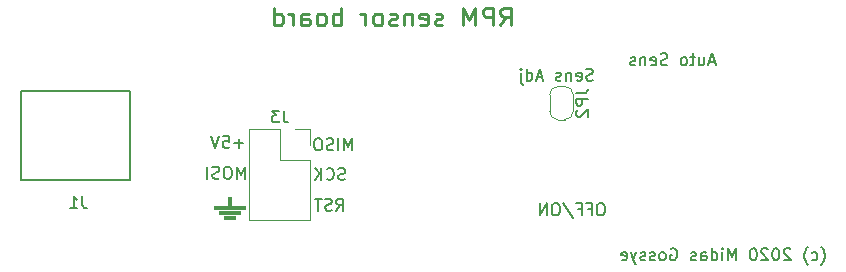
<source format=gbr>
G04 #@! TF.GenerationSoftware,KiCad,Pcbnew,(5.1.4)-1*
G04 #@! TF.CreationDate,2020-09-16T20:01:53+02:00*
G04 #@! TF.ProjectId,RPM,52504d2e-6b69-4636-9164-5f7063625858,rev?*
G04 #@! TF.SameCoordinates,Original*
G04 #@! TF.FileFunction,Legend,Bot*
G04 #@! TF.FilePolarity,Positive*
%FSLAX46Y46*%
G04 Gerber Fmt 4.6, Leading zero omitted, Abs format (unit mm)*
G04 Created by KiCad (PCBNEW (5.1.4)-1) date 2020-09-16 20:01:53*
%MOMM*%
%LPD*%
G04 APERTURE LIST*
%ADD10C,0.150000*%
%ADD11C,0.225000*%
%ADD12C,0.010000*%
%ADD13C,0.120000*%
G04 APERTURE END LIST*
D10*
X247609523Y-115133333D02*
X247657142Y-115085714D01*
X247752380Y-114942857D01*
X247800000Y-114847619D01*
X247847619Y-114704761D01*
X247895238Y-114466666D01*
X247895238Y-114276190D01*
X247847619Y-114038095D01*
X247800000Y-113895238D01*
X247752380Y-113800000D01*
X247657142Y-113657142D01*
X247609523Y-113609523D01*
X246800000Y-114704761D02*
X246895238Y-114752380D01*
X247085714Y-114752380D01*
X247180952Y-114704761D01*
X247228571Y-114657142D01*
X247276190Y-114561904D01*
X247276190Y-114276190D01*
X247228571Y-114180952D01*
X247180952Y-114133333D01*
X247085714Y-114085714D01*
X246895238Y-114085714D01*
X246800000Y-114133333D01*
X246466666Y-115133333D02*
X246419047Y-115085714D01*
X246323809Y-114942857D01*
X246276190Y-114847619D01*
X246228571Y-114704761D01*
X246180952Y-114466666D01*
X246180952Y-114276190D01*
X246228571Y-114038095D01*
X246276190Y-113895238D01*
X246323809Y-113800000D01*
X246419047Y-113657142D01*
X246466666Y-113609523D01*
X244990476Y-113847619D02*
X244942857Y-113800000D01*
X244847619Y-113752380D01*
X244609523Y-113752380D01*
X244514285Y-113800000D01*
X244466666Y-113847619D01*
X244419047Y-113942857D01*
X244419047Y-114038095D01*
X244466666Y-114180952D01*
X245038095Y-114752380D01*
X244419047Y-114752380D01*
X243800000Y-113752380D02*
X243704761Y-113752380D01*
X243609523Y-113800000D01*
X243561904Y-113847619D01*
X243514285Y-113942857D01*
X243466666Y-114133333D01*
X243466666Y-114371428D01*
X243514285Y-114561904D01*
X243561904Y-114657142D01*
X243609523Y-114704761D01*
X243704761Y-114752380D01*
X243800000Y-114752380D01*
X243895238Y-114704761D01*
X243942857Y-114657142D01*
X243990476Y-114561904D01*
X244038095Y-114371428D01*
X244038095Y-114133333D01*
X243990476Y-113942857D01*
X243942857Y-113847619D01*
X243895238Y-113800000D01*
X243800000Y-113752380D01*
X243085714Y-113847619D02*
X243038095Y-113800000D01*
X242942857Y-113752380D01*
X242704761Y-113752380D01*
X242609523Y-113800000D01*
X242561904Y-113847619D01*
X242514285Y-113942857D01*
X242514285Y-114038095D01*
X242561904Y-114180952D01*
X243133333Y-114752380D01*
X242514285Y-114752380D01*
X241895238Y-113752380D02*
X241800000Y-113752380D01*
X241704761Y-113800000D01*
X241657142Y-113847619D01*
X241609523Y-113942857D01*
X241561904Y-114133333D01*
X241561904Y-114371428D01*
X241609523Y-114561904D01*
X241657142Y-114657142D01*
X241704761Y-114704761D01*
X241800000Y-114752380D01*
X241895238Y-114752380D01*
X241990476Y-114704761D01*
X242038095Y-114657142D01*
X242085714Y-114561904D01*
X242133333Y-114371428D01*
X242133333Y-114133333D01*
X242085714Y-113942857D01*
X242038095Y-113847619D01*
X241990476Y-113800000D01*
X241895238Y-113752380D01*
X240371428Y-114752380D02*
X240371428Y-113752380D01*
X240038095Y-114466666D01*
X239704761Y-113752380D01*
X239704761Y-114752380D01*
X239228571Y-114752380D02*
X239228571Y-114085714D01*
X239228571Y-113752380D02*
X239276190Y-113800000D01*
X239228571Y-113847619D01*
X239180952Y-113800000D01*
X239228571Y-113752380D01*
X239228571Y-113847619D01*
X238323809Y-114752380D02*
X238323809Y-113752380D01*
X238323809Y-114704761D02*
X238419047Y-114752380D01*
X238609523Y-114752380D01*
X238704761Y-114704761D01*
X238752380Y-114657142D01*
X238800000Y-114561904D01*
X238800000Y-114276190D01*
X238752380Y-114180952D01*
X238704761Y-114133333D01*
X238609523Y-114085714D01*
X238419047Y-114085714D01*
X238323809Y-114133333D01*
X237419047Y-114752380D02*
X237419047Y-114228571D01*
X237466666Y-114133333D01*
X237561904Y-114085714D01*
X237752380Y-114085714D01*
X237847619Y-114133333D01*
X237419047Y-114704761D02*
X237514285Y-114752380D01*
X237752380Y-114752380D01*
X237847619Y-114704761D01*
X237895238Y-114609523D01*
X237895238Y-114514285D01*
X237847619Y-114419047D01*
X237752380Y-114371428D01*
X237514285Y-114371428D01*
X237419047Y-114323809D01*
X236990476Y-114704761D02*
X236895238Y-114752380D01*
X236704761Y-114752380D01*
X236609523Y-114704761D01*
X236561904Y-114609523D01*
X236561904Y-114561904D01*
X236609523Y-114466666D01*
X236704761Y-114419047D01*
X236847619Y-114419047D01*
X236942857Y-114371428D01*
X236990476Y-114276190D01*
X236990476Y-114228571D01*
X236942857Y-114133333D01*
X236847619Y-114085714D01*
X236704761Y-114085714D01*
X236609523Y-114133333D01*
X234847619Y-113800000D02*
X234942857Y-113752380D01*
X235085714Y-113752380D01*
X235228571Y-113800000D01*
X235323809Y-113895238D01*
X235371428Y-113990476D01*
X235419047Y-114180952D01*
X235419047Y-114323809D01*
X235371428Y-114514285D01*
X235323809Y-114609523D01*
X235228571Y-114704761D01*
X235085714Y-114752380D01*
X234990476Y-114752380D01*
X234847619Y-114704761D01*
X234800000Y-114657142D01*
X234800000Y-114323809D01*
X234990476Y-114323809D01*
X234228571Y-114752380D02*
X234323809Y-114704761D01*
X234371428Y-114657142D01*
X234419047Y-114561904D01*
X234419047Y-114276190D01*
X234371428Y-114180952D01*
X234323809Y-114133333D01*
X234228571Y-114085714D01*
X234085714Y-114085714D01*
X233990476Y-114133333D01*
X233942857Y-114180952D01*
X233895238Y-114276190D01*
X233895238Y-114561904D01*
X233942857Y-114657142D01*
X233990476Y-114704761D01*
X234085714Y-114752380D01*
X234228571Y-114752380D01*
X233514285Y-114704761D02*
X233419047Y-114752380D01*
X233228571Y-114752380D01*
X233133333Y-114704761D01*
X233085714Y-114609523D01*
X233085714Y-114561904D01*
X233133333Y-114466666D01*
X233228571Y-114419047D01*
X233371428Y-114419047D01*
X233466666Y-114371428D01*
X233514285Y-114276190D01*
X233514285Y-114228571D01*
X233466666Y-114133333D01*
X233371428Y-114085714D01*
X233228571Y-114085714D01*
X233133333Y-114133333D01*
X232704761Y-114704761D02*
X232609523Y-114752380D01*
X232419047Y-114752380D01*
X232323809Y-114704761D01*
X232276190Y-114609523D01*
X232276190Y-114561904D01*
X232323809Y-114466666D01*
X232419047Y-114419047D01*
X232561904Y-114419047D01*
X232657142Y-114371428D01*
X232704761Y-114276190D01*
X232704761Y-114228571D01*
X232657142Y-114133333D01*
X232561904Y-114085714D01*
X232419047Y-114085714D01*
X232323809Y-114133333D01*
X231942857Y-114085714D02*
X231704761Y-114752380D01*
X231466666Y-114085714D02*
X231704761Y-114752380D01*
X231800000Y-114990476D01*
X231847619Y-115038095D01*
X231942857Y-115085714D01*
X230704761Y-114704761D02*
X230800000Y-114752380D01*
X230990476Y-114752380D01*
X231085714Y-114704761D01*
X231133333Y-114609523D01*
X231133333Y-114228571D01*
X231085714Y-114133333D01*
X230990476Y-114085714D01*
X230800000Y-114085714D01*
X230704761Y-114133333D01*
X230657142Y-114228571D01*
X230657142Y-114323809D01*
X231133333Y-114419047D01*
X228271428Y-99504761D02*
X228128571Y-99552380D01*
X227890476Y-99552380D01*
X227795238Y-99504761D01*
X227747619Y-99457142D01*
X227700000Y-99361904D01*
X227700000Y-99266666D01*
X227747619Y-99171428D01*
X227795238Y-99123809D01*
X227890476Y-99076190D01*
X228080952Y-99028571D01*
X228176190Y-98980952D01*
X228223809Y-98933333D01*
X228271428Y-98838095D01*
X228271428Y-98742857D01*
X228223809Y-98647619D01*
X228176190Y-98600000D01*
X228080952Y-98552380D01*
X227842857Y-98552380D01*
X227700000Y-98600000D01*
X226890476Y-99504761D02*
X226985714Y-99552380D01*
X227176190Y-99552380D01*
X227271428Y-99504761D01*
X227319047Y-99409523D01*
X227319047Y-99028571D01*
X227271428Y-98933333D01*
X227176190Y-98885714D01*
X226985714Y-98885714D01*
X226890476Y-98933333D01*
X226842857Y-99028571D01*
X226842857Y-99123809D01*
X227319047Y-99219047D01*
X226414285Y-98885714D02*
X226414285Y-99552380D01*
X226414285Y-98980952D02*
X226366666Y-98933333D01*
X226271428Y-98885714D01*
X226128571Y-98885714D01*
X226033333Y-98933333D01*
X225985714Y-99028571D01*
X225985714Y-99552380D01*
X225557142Y-99504761D02*
X225461904Y-99552380D01*
X225271428Y-99552380D01*
X225176190Y-99504761D01*
X225128571Y-99409523D01*
X225128571Y-99361904D01*
X225176190Y-99266666D01*
X225271428Y-99219047D01*
X225414285Y-99219047D01*
X225509523Y-99171428D01*
X225557142Y-99076190D01*
X225557142Y-99028571D01*
X225509523Y-98933333D01*
X225414285Y-98885714D01*
X225271428Y-98885714D01*
X225176190Y-98933333D01*
X223985714Y-99266666D02*
X223509523Y-99266666D01*
X224080952Y-99552380D02*
X223747619Y-98552380D01*
X223414285Y-99552380D01*
X222652380Y-99552380D02*
X222652380Y-98552380D01*
X222652380Y-99504761D02*
X222747619Y-99552380D01*
X222938095Y-99552380D01*
X223033333Y-99504761D01*
X223080952Y-99457142D01*
X223128571Y-99361904D01*
X223128571Y-99076190D01*
X223080952Y-98980952D01*
X223033333Y-98933333D01*
X222938095Y-98885714D01*
X222747619Y-98885714D01*
X222652380Y-98933333D01*
X222176190Y-98885714D02*
X222176190Y-99742857D01*
X222223809Y-99838095D01*
X222319047Y-99885714D01*
X222366666Y-99885714D01*
X222176190Y-98552380D02*
X222223809Y-98600000D01*
X222176190Y-98647619D01*
X222128571Y-98600000D01*
X222176190Y-98552380D01*
X222176190Y-98647619D01*
X238571428Y-97966666D02*
X238095238Y-97966666D01*
X238666666Y-98252380D02*
X238333333Y-97252380D01*
X237999999Y-98252380D01*
X237238095Y-97585714D02*
X237238095Y-98252380D01*
X237666666Y-97585714D02*
X237666666Y-98109523D01*
X237619047Y-98204761D01*
X237523809Y-98252380D01*
X237380952Y-98252380D01*
X237285714Y-98204761D01*
X237238095Y-98157142D01*
X236904761Y-97585714D02*
X236523809Y-97585714D01*
X236761904Y-97252380D02*
X236761904Y-98109523D01*
X236714285Y-98204761D01*
X236619047Y-98252380D01*
X236523809Y-98252380D01*
X236047619Y-98252380D02*
X236142857Y-98204761D01*
X236190476Y-98157142D01*
X236238095Y-98061904D01*
X236238095Y-97776190D01*
X236190476Y-97680952D01*
X236142857Y-97633333D01*
X236047619Y-97585714D01*
X235904761Y-97585714D01*
X235809523Y-97633333D01*
X235761904Y-97680952D01*
X235714285Y-97776190D01*
X235714285Y-98061904D01*
X235761904Y-98157142D01*
X235809523Y-98204761D01*
X235904761Y-98252380D01*
X236047619Y-98252380D01*
X234571428Y-98204761D02*
X234428571Y-98252380D01*
X234190476Y-98252380D01*
X234095238Y-98204761D01*
X234047619Y-98157142D01*
X233999999Y-98061904D01*
X233999999Y-97966666D01*
X234047619Y-97871428D01*
X234095238Y-97823809D01*
X234190476Y-97776190D01*
X234380952Y-97728571D01*
X234476190Y-97680952D01*
X234523809Y-97633333D01*
X234571428Y-97538095D01*
X234571428Y-97442857D01*
X234523809Y-97347619D01*
X234476190Y-97300000D01*
X234380952Y-97252380D01*
X234142857Y-97252380D01*
X233999999Y-97300000D01*
X233190476Y-98204761D02*
X233285714Y-98252380D01*
X233476190Y-98252380D01*
X233571428Y-98204761D01*
X233619047Y-98109523D01*
X233619047Y-97728571D01*
X233571428Y-97633333D01*
X233476190Y-97585714D01*
X233285714Y-97585714D01*
X233190476Y-97633333D01*
X233142857Y-97728571D01*
X233142857Y-97823809D01*
X233619047Y-97919047D01*
X232714285Y-97585714D02*
X232714285Y-98252380D01*
X232714285Y-97680952D02*
X232666666Y-97633333D01*
X232571428Y-97585714D01*
X232428571Y-97585714D01*
X232333333Y-97633333D01*
X232285714Y-97728571D01*
X232285714Y-98252380D01*
X231857142Y-98204761D02*
X231761904Y-98252380D01*
X231571428Y-98252380D01*
X231476190Y-98204761D01*
X231428571Y-98109523D01*
X231428571Y-98061904D01*
X231476190Y-97966666D01*
X231571428Y-97919047D01*
X231714285Y-97919047D01*
X231809523Y-97871428D01*
X231857142Y-97776190D01*
X231857142Y-97728571D01*
X231809523Y-97633333D01*
X231714285Y-97585714D01*
X231571428Y-97585714D01*
X231476190Y-97633333D01*
X229023809Y-109952380D02*
X228833333Y-109952380D01*
X228738095Y-110000000D01*
X228642857Y-110095238D01*
X228595238Y-110285714D01*
X228595238Y-110619047D01*
X228642857Y-110809523D01*
X228738095Y-110904761D01*
X228833333Y-110952380D01*
X229023809Y-110952380D01*
X229119047Y-110904761D01*
X229214285Y-110809523D01*
X229261904Y-110619047D01*
X229261904Y-110285714D01*
X229214285Y-110095238D01*
X229119047Y-110000000D01*
X229023809Y-109952380D01*
X227833333Y-110428571D02*
X228166666Y-110428571D01*
X228166666Y-110952380D02*
X228166666Y-109952380D01*
X227690476Y-109952380D01*
X226976190Y-110428571D02*
X227309523Y-110428571D01*
X227309523Y-110952380D02*
X227309523Y-109952380D01*
X226833333Y-109952380D01*
X225738095Y-109904761D02*
X226595238Y-111190476D01*
X225214285Y-109952380D02*
X225023809Y-109952380D01*
X224928571Y-110000000D01*
X224833333Y-110095238D01*
X224785714Y-110285714D01*
X224785714Y-110619047D01*
X224833333Y-110809523D01*
X224928571Y-110904761D01*
X225023809Y-110952380D01*
X225214285Y-110952380D01*
X225309523Y-110904761D01*
X225404761Y-110809523D01*
X225452380Y-110619047D01*
X225452380Y-110285714D01*
X225404761Y-110095238D01*
X225309523Y-110000000D01*
X225214285Y-109952380D01*
X224357142Y-110952380D02*
X224357142Y-109952380D01*
X223785714Y-110952380D01*
X223785714Y-109952380D01*
D11*
X220442857Y-94878571D02*
X220942857Y-94164285D01*
X221300000Y-94878571D02*
X221300000Y-93378571D01*
X220728571Y-93378571D01*
X220585714Y-93450000D01*
X220514285Y-93521428D01*
X220442857Y-93664285D01*
X220442857Y-93878571D01*
X220514285Y-94021428D01*
X220585714Y-94092857D01*
X220728571Y-94164285D01*
X221300000Y-94164285D01*
X219800000Y-94878571D02*
X219800000Y-93378571D01*
X219228571Y-93378571D01*
X219085714Y-93450000D01*
X219014285Y-93521428D01*
X218942857Y-93664285D01*
X218942857Y-93878571D01*
X219014285Y-94021428D01*
X219085714Y-94092857D01*
X219228571Y-94164285D01*
X219800000Y-94164285D01*
X218300000Y-94878571D02*
X218300000Y-93378571D01*
X217800000Y-94450000D01*
X217300000Y-93378571D01*
X217300000Y-94878571D01*
X215514285Y-94807142D02*
X215371428Y-94878571D01*
X215085714Y-94878571D01*
X214942857Y-94807142D01*
X214871428Y-94664285D01*
X214871428Y-94592857D01*
X214942857Y-94450000D01*
X215085714Y-94378571D01*
X215300000Y-94378571D01*
X215442857Y-94307142D01*
X215514285Y-94164285D01*
X215514285Y-94092857D01*
X215442857Y-93950000D01*
X215300000Y-93878571D01*
X215085714Y-93878571D01*
X214942857Y-93950000D01*
X213657142Y-94807142D02*
X213800000Y-94878571D01*
X214085714Y-94878571D01*
X214228571Y-94807142D01*
X214300000Y-94664285D01*
X214300000Y-94092857D01*
X214228571Y-93950000D01*
X214085714Y-93878571D01*
X213800000Y-93878571D01*
X213657142Y-93950000D01*
X213585714Y-94092857D01*
X213585714Y-94235714D01*
X214300000Y-94378571D01*
X212942857Y-93878571D02*
X212942857Y-94878571D01*
X212942857Y-94021428D02*
X212871428Y-93950000D01*
X212728571Y-93878571D01*
X212514285Y-93878571D01*
X212371428Y-93950000D01*
X212300000Y-94092857D01*
X212300000Y-94878571D01*
X211657142Y-94807142D02*
X211514285Y-94878571D01*
X211228571Y-94878571D01*
X211085714Y-94807142D01*
X211014285Y-94664285D01*
X211014285Y-94592857D01*
X211085714Y-94450000D01*
X211228571Y-94378571D01*
X211442857Y-94378571D01*
X211585714Y-94307142D01*
X211657142Y-94164285D01*
X211657142Y-94092857D01*
X211585714Y-93950000D01*
X211442857Y-93878571D01*
X211228571Y-93878571D01*
X211085714Y-93950000D01*
X210157142Y-94878571D02*
X210300000Y-94807142D01*
X210371428Y-94735714D01*
X210442857Y-94592857D01*
X210442857Y-94164285D01*
X210371428Y-94021428D01*
X210300000Y-93950000D01*
X210157142Y-93878571D01*
X209942857Y-93878571D01*
X209800000Y-93950000D01*
X209728571Y-94021428D01*
X209657142Y-94164285D01*
X209657142Y-94592857D01*
X209728571Y-94735714D01*
X209800000Y-94807142D01*
X209942857Y-94878571D01*
X210157142Y-94878571D01*
X209014285Y-94878571D02*
X209014285Y-93878571D01*
X209014285Y-94164285D02*
X208942857Y-94021428D01*
X208871428Y-93950000D01*
X208728571Y-93878571D01*
X208585714Y-93878571D01*
X206942857Y-94878571D02*
X206942857Y-93378571D01*
X206942857Y-93950000D02*
X206800000Y-93878571D01*
X206514285Y-93878571D01*
X206371428Y-93950000D01*
X206300000Y-94021428D01*
X206228571Y-94164285D01*
X206228571Y-94592857D01*
X206300000Y-94735714D01*
X206371428Y-94807142D01*
X206514285Y-94878571D01*
X206800000Y-94878571D01*
X206942857Y-94807142D01*
X205371428Y-94878571D02*
X205514285Y-94807142D01*
X205585714Y-94735714D01*
X205657142Y-94592857D01*
X205657142Y-94164285D01*
X205585714Y-94021428D01*
X205514285Y-93950000D01*
X205371428Y-93878571D01*
X205157142Y-93878571D01*
X205014285Y-93950000D01*
X204942857Y-94021428D01*
X204871428Y-94164285D01*
X204871428Y-94592857D01*
X204942857Y-94735714D01*
X205014285Y-94807142D01*
X205157142Y-94878571D01*
X205371428Y-94878571D01*
X203585714Y-94878571D02*
X203585714Y-94092857D01*
X203657142Y-93950000D01*
X203800000Y-93878571D01*
X204085714Y-93878571D01*
X204228571Y-93950000D01*
X203585714Y-94807142D02*
X203728571Y-94878571D01*
X204085714Y-94878571D01*
X204228571Y-94807142D01*
X204300000Y-94664285D01*
X204300000Y-94521428D01*
X204228571Y-94378571D01*
X204085714Y-94307142D01*
X203728571Y-94307142D01*
X203585714Y-94235714D01*
X202871428Y-94878571D02*
X202871428Y-93878571D01*
X202871428Y-94164285D02*
X202800000Y-94021428D01*
X202728571Y-93950000D01*
X202585714Y-93878571D01*
X202442857Y-93878571D01*
X201300000Y-94878571D02*
X201300000Y-93378571D01*
X201300000Y-94807142D02*
X201442857Y-94878571D01*
X201728571Y-94878571D01*
X201871428Y-94807142D01*
X201942857Y-94735714D01*
X202014285Y-94592857D01*
X202014285Y-94164285D01*
X201942857Y-94021428D01*
X201871428Y-93950000D01*
X201728571Y-93878571D01*
X201442857Y-93878571D01*
X201300000Y-93950000D01*
D10*
X206547619Y-110552380D02*
X206880952Y-110076190D01*
X207119047Y-110552380D02*
X207119047Y-109552380D01*
X206738095Y-109552380D01*
X206642857Y-109600000D01*
X206595238Y-109647619D01*
X206547619Y-109742857D01*
X206547619Y-109885714D01*
X206595238Y-109980952D01*
X206642857Y-110028571D01*
X206738095Y-110076190D01*
X207119047Y-110076190D01*
X206166666Y-110504761D02*
X206023809Y-110552380D01*
X205785714Y-110552380D01*
X205690476Y-110504761D01*
X205642857Y-110457142D01*
X205595238Y-110361904D01*
X205595238Y-110266666D01*
X205642857Y-110171428D01*
X205690476Y-110123809D01*
X205785714Y-110076190D01*
X205976190Y-110028571D01*
X206071428Y-109980952D01*
X206119047Y-109933333D01*
X206166666Y-109838095D01*
X206166666Y-109742857D01*
X206119047Y-109647619D01*
X206071428Y-109600000D01*
X205976190Y-109552380D01*
X205738095Y-109552380D01*
X205595238Y-109600000D01*
X205309523Y-109552380D02*
X204738095Y-109552380D01*
X205023809Y-110552380D02*
X205023809Y-109552380D01*
X198771428Y-107852380D02*
X198771428Y-106852380D01*
X198438095Y-107566666D01*
X198104761Y-106852380D01*
X198104761Y-107852380D01*
X197438095Y-106852380D02*
X197247619Y-106852380D01*
X197152380Y-106900000D01*
X197057142Y-106995238D01*
X197009523Y-107185714D01*
X197009523Y-107519047D01*
X197057142Y-107709523D01*
X197152380Y-107804761D01*
X197247619Y-107852380D01*
X197438095Y-107852380D01*
X197533333Y-107804761D01*
X197628571Y-107709523D01*
X197676190Y-107519047D01*
X197676190Y-107185714D01*
X197628571Y-106995238D01*
X197533333Y-106900000D01*
X197438095Y-106852380D01*
X196628571Y-107804761D02*
X196485714Y-107852380D01*
X196247619Y-107852380D01*
X196152380Y-107804761D01*
X196104761Y-107757142D01*
X196057142Y-107661904D01*
X196057142Y-107566666D01*
X196104761Y-107471428D01*
X196152380Y-107423809D01*
X196247619Y-107376190D01*
X196438095Y-107328571D01*
X196533333Y-107280952D01*
X196580952Y-107233333D01*
X196628571Y-107138095D01*
X196628571Y-107042857D01*
X196580952Y-106947619D01*
X196533333Y-106900000D01*
X196438095Y-106852380D01*
X196200000Y-106852380D01*
X196057142Y-106900000D01*
X195628571Y-107852380D02*
X195628571Y-106852380D01*
X198685714Y-104871428D02*
X197923809Y-104871428D01*
X198304761Y-105252380D02*
X198304761Y-104490476D01*
X196971428Y-104252380D02*
X197447619Y-104252380D01*
X197495238Y-104728571D01*
X197447619Y-104680952D01*
X197352380Y-104633333D01*
X197114285Y-104633333D01*
X197019047Y-104680952D01*
X196971428Y-104728571D01*
X196923809Y-104823809D01*
X196923809Y-105061904D01*
X196971428Y-105157142D01*
X197019047Y-105204761D01*
X197114285Y-105252380D01*
X197352380Y-105252380D01*
X197447619Y-105204761D01*
X197495238Y-105157142D01*
X196638095Y-104252380D02*
X196304761Y-105252380D01*
X195971428Y-104252380D01*
X207285714Y-107904761D02*
X207142857Y-107952380D01*
X206904761Y-107952380D01*
X206809523Y-107904761D01*
X206761904Y-107857142D01*
X206714285Y-107761904D01*
X206714285Y-107666666D01*
X206761904Y-107571428D01*
X206809523Y-107523809D01*
X206904761Y-107476190D01*
X207095238Y-107428571D01*
X207190476Y-107380952D01*
X207238095Y-107333333D01*
X207285714Y-107238095D01*
X207285714Y-107142857D01*
X207238095Y-107047619D01*
X207190476Y-107000000D01*
X207095238Y-106952380D01*
X206857142Y-106952380D01*
X206714285Y-107000000D01*
X205714285Y-107857142D02*
X205761904Y-107904761D01*
X205904761Y-107952380D01*
X206000000Y-107952380D01*
X206142857Y-107904761D01*
X206238095Y-107809523D01*
X206285714Y-107714285D01*
X206333333Y-107523809D01*
X206333333Y-107380952D01*
X206285714Y-107190476D01*
X206238095Y-107095238D01*
X206142857Y-107000000D01*
X206000000Y-106952380D01*
X205904761Y-106952380D01*
X205761904Y-107000000D01*
X205714285Y-107047619D01*
X205285714Y-107952380D02*
X205285714Y-106952380D01*
X204714285Y-107952380D02*
X205142857Y-107380952D01*
X204714285Y-106952380D02*
X205285714Y-107523809D01*
X207871428Y-105452380D02*
X207871428Y-104452380D01*
X207538095Y-105166666D01*
X207204761Y-104452380D01*
X207204761Y-105452380D01*
X206728571Y-105452380D02*
X206728571Y-104452380D01*
X206300000Y-105404761D02*
X206157142Y-105452380D01*
X205919047Y-105452380D01*
X205823809Y-105404761D01*
X205776190Y-105357142D01*
X205728571Y-105261904D01*
X205728571Y-105166666D01*
X205776190Y-105071428D01*
X205823809Y-105023809D01*
X205919047Y-104976190D01*
X206109523Y-104928571D01*
X206204761Y-104880952D01*
X206252380Y-104833333D01*
X206300000Y-104738095D01*
X206300000Y-104642857D01*
X206252380Y-104547619D01*
X206204761Y-104500000D01*
X206109523Y-104452380D01*
X205871428Y-104452380D01*
X205728571Y-104500000D01*
X205109523Y-104452380D02*
X204919047Y-104452380D01*
X204823809Y-104500000D01*
X204728571Y-104595238D01*
X204680952Y-104785714D01*
X204680952Y-105119047D01*
X204728571Y-105309523D01*
X204823809Y-105404761D01*
X204919047Y-105452380D01*
X205109523Y-105452380D01*
X205204761Y-105404761D01*
X205300000Y-105309523D01*
X205347619Y-105119047D01*
X205347619Y-104785714D01*
X205300000Y-104595238D01*
X205204761Y-104500000D01*
X205109523Y-104452380D01*
D12*
G36*
X197390780Y-110184100D02*
G01*
X196199520Y-110184100D01*
X196199520Y-110400000D01*
X198800480Y-110400000D01*
X198800480Y-110184100D01*
X197609220Y-110184100D01*
X197609220Y-109424640D01*
X197390780Y-109424640D01*
X197390780Y-110184100D01*
X197390780Y-110184100D01*
G37*
X197390780Y-110184100D02*
X196199520Y-110184100D01*
X196199520Y-110400000D01*
X198800480Y-110400000D01*
X198800480Y-110184100D01*
X197609220Y-110184100D01*
X197609220Y-109424640D01*
X197390780Y-109424640D01*
X197390780Y-110184100D01*
G36*
X196633860Y-110834340D02*
G01*
X198366140Y-110834340D01*
X198366140Y-110615900D01*
X196633860Y-110615900D01*
X196633860Y-110834340D01*
X196633860Y-110834340D01*
G37*
X196633860Y-110834340D02*
X198366140Y-110834340D01*
X198366140Y-110615900D01*
X196633860Y-110615900D01*
X196633860Y-110834340D01*
G36*
X197065660Y-111266140D02*
G01*
X197934340Y-111266140D01*
X197934340Y-111050240D01*
X197065660Y-111050240D01*
X197065660Y-111266140D01*
X197065660Y-111266140D01*
G37*
X197065660Y-111266140D02*
X197934340Y-111266140D01*
X197934340Y-111050240D01*
X197065660Y-111050240D01*
X197065660Y-111266140D01*
D10*
X189100000Y-100450000D02*
X179850000Y-100450000D01*
X179850000Y-100450000D02*
X179850000Y-107950000D01*
X179850000Y-107950000D02*
X189100000Y-107950000D01*
X189100000Y-107950000D02*
X189100000Y-100450000D01*
D13*
X204355000Y-111385000D02*
X199155000Y-111385000D01*
X204355000Y-106245000D02*
X204355000Y-111385000D01*
X199155000Y-103645000D02*
X199155000Y-111385000D01*
X204355000Y-106245000D02*
X201755000Y-106245000D01*
X201755000Y-106245000D02*
X201755000Y-103645000D01*
X201755000Y-103645000D02*
X199155000Y-103645000D01*
X204355000Y-104975000D02*
X204355000Y-103645000D01*
X204355000Y-103645000D02*
X203025000Y-103645000D01*
X226600000Y-102150000D02*
X226600000Y-100750000D01*
X225900000Y-100050000D02*
X225300000Y-100050000D01*
X224600000Y-100750000D02*
X224600000Y-102150000D01*
X225300000Y-102850000D02*
X225900000Y-102850000D01*
X225900000Y-102850000D02*
G75*
G03X226600000Y-102150000I0J700000D01*
G01*
X224600000Y-102150000D02*
G75*
G03X225300000Y-102850000I700000J0D01*
G01*
X225300000Y-100050000D02*
G75*
G03X224600000Y-100750000I0J-700000D01*
G01*
X226600000Y-100750000D02*
G75*
G03X225900000Y-100050000I-700000J0D01*
G01*
D10*
X185033333Y-109352380D02*
X185033333Y-110066666D01*
X185080952Y-110209523D01*
X185176190Y-110304761D01*
X185319047Y-110352380D01*
X185414285Y-110352380D01*
X184033333Y-110352380D02*
X184604761Y-110352380D01*
X184319047Y-110352380D02*
X184319047Y-109352380D01*
X184414285Y-109495238D01*
X184509523Y-109590476D01*
X184604761Y-109638095D01*
X202088333Y-102097380D02*
X202088333Y-102811666D01*
X202135952Y-102954523D01*
X202231190Y-103049761D01*
X202374047Y-103097380D01*
X202469285Y-103097380D01*
X201707380Y-102097380D02*
X201088333Y-102097380D01*
X201421666Y-102478333D01*
X201278809Y-102478333D01*
X201183571Y-102525952D01*
X201135952Y-102573571D01*
X201088333Y-102668809D01*
X201088333Y-102906904D01*
X201135952Y-103002142D01*
X201183571Y-103049761D01*
X201278809Y-103097380D01*
X201564523Y-103097380D01*
X201659761Y-103049761D01*
X201707380Y-103002142D01*
X226852380Y-100616666D02*
X227566666Y-100616666D01*
X227709523Y-100569047D01*
X227804761Y-100473809D01*
X227852380Y-100330952D01*
X227852380Y-100235714D01*
X227852380Y-101092857D02*
X226852380Y-101092857D01*
X226852380Y-101473809D01*
X226900000Y-101569047D01*
X226947619Y-101616666D01*
X227042857Y-101664285D01*
X227185714Y-101664285D01*
X227280952Y-101616666D01*
X227328571Y-101569047D01*
X227376190Y-101473809D01*
X227376190Y-101092857D01*
X226947619Y-102045238D02*
X226900000Y-102092857D01*
X226852380Y-102188095D01*
X226852380Y-102426190D01*
X226900000Y-102521428D01*
X226947619Y-102569047D01*
X227042857Y-102616666D01*
X227138095Y-102616666D01*
X227280952Y-102569047D01*
X227852380Y-101997619D01*
X227852380Y-102616666D01*
M02*

</source>
